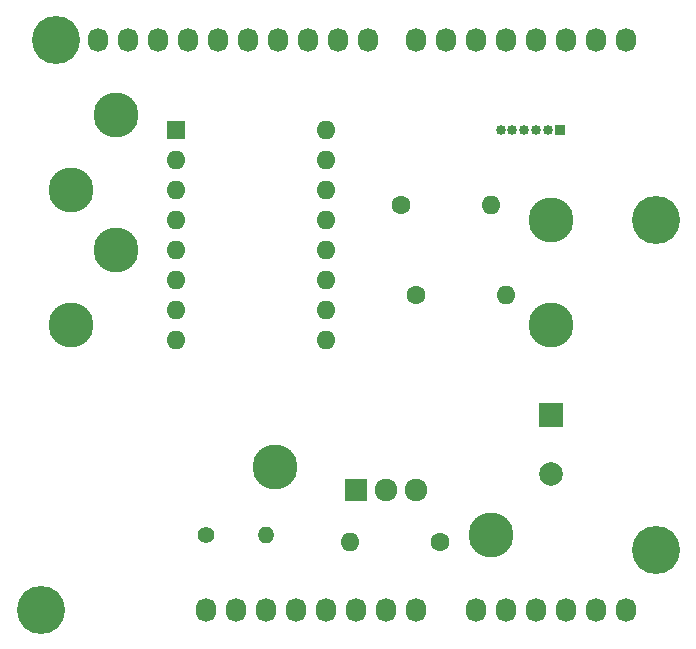
<source format=gbr>
G04 #@! TF.GenerationSoftware,KiCad,Pcbnew,(5.1.4)-1*
G04 #@! TF.CreationDate,2019-10-25T14:46:27-05:00*
G04 #@! TF.ProjectId,Autonomous_PCB,4175746f-6e6f-46d6-9f75-735f5043422e,rev?*
G04 #@! TF.SameCoordinates,Original*
G04 #@! TF.FileFunction,Soldermask,Bot*
G04 #@! TF.FilePolarity,Negative*
%FSLAX46Y46*%
G04 Gerber Fmt 4.6, Leading zero omitted, Abs format (unit mm)*
G04 Created by KiCad (PCBNEW (5.1.4)-1) date 2019-10-25 14:46:27*
%MOMM*%
%LPD*%
G04 APERTURE LIST*
%ADD10O,0.850000X0.850000*%
%ADD11R,0.850000X0.850000*%
%ADD12C,1.600000*%
%ADD13O,1.600000X1.600000*%
%ADD14O,1.727200X2.032000*%
%ADD15C,4.064000*%
%ADD16R,1.600000X1.600000*%
%ADD17R,2.000000X2.000000*%
%ADD18C,2.000000*%
%ADD19C,3.800000*%
%ADD20R,1.920000X1.920000*%
%ADD21C,1.920000*%
%ADD22C,1.400000*%
%ADD23O,1.400000X1.400000*%
G04 APERTURE END LIST*
D10*
X163910000Y-83185000D03*
X164910000Y-83185000D03*
X165910000Y-83185000D03*
X166910000Y-83185000D03*
X167910000Y-83185000D03*
D11*
X168910000Y-83185000D03*
D12*
X155448000Y-89535000D03*
D13*
X163068000Y-89535000D03*
D14*
X138938000Y-123825000D03*
X141478000Y-123825000D03*
X144018000Y-123825000D03*
X146558000Y-123825000D03*
X149098000Y-123825000D03*
X151638000Y-123825000D03*
X154178000Y-123825000D03*
X156718000Y-123825000D03*
X161798000Y-123825000D03*
X164338000Y-123825000D03*
X166878000Y-123825000D03*
X169418000Y-123825000D03*
X171958000Y-123825000D03*
X174498000Y-123825000D03*
X129794000Y-75565000D03*
X132334000Y-75565000D03*
X134874000Y-75565000D03*
X137414000Y-75565000D03*
X139954000Y-75565000D03*
X142494000Y-75565000D03*
X145034000Y-75565000D03*
X147574000Y-75565000D03*
X150114000Y-75565000D03*
X152654000Y-75565000D03*
X156718000Y-75565000D03*
X159258000Y-75565000D03*
X161798000Y-75565000D03*
X164338000Y-75565000D03*
X166878000Y-75565000D03*
X169418000Y-75565000D03*
X171958000Y-75565000D03*
X174498000Y-75565000D03*
D15*
X124968000Y-123825000D03*
X177038000Y-118745000D03*
X126238000Y-75565000D03*
X177038000Y-90805000D03*
D16*
X136398000Y-83185000D03*
D13*
X149098000Y-100965000D03*
X136398000Y-85725000D03*
X149098000Y-98425000D03*
X136398000Y-88265000D03*
X149098000Y-95885000D03*
X136398000Y-90805000D03*
X149098000Y-93345000D03*
X136398000Y-93345000D03*
X149098000Y-90805000D03*
X136398000Y-95885000D03*
X149098000Y-88265000D03*
X136398000Y-98425000D03*
X149098000Y-85725000D03*
X136398000Y-100965000D03*
X149098000Y-83185000D03*
D17*
X168148000Y-107315000D03*
D18*
X168148000Y-112315000D03*
D19*
X144780000Y-111760000D03*
X168148000Y-90805000D03*
X131318000Y-81915000D03*
X127508000Y-88265000D03*
X131318000Y-93345000D03*
X127508000Y-99695000D03*
X168148000Y-99695000D03*
X163068000Y-117475000D03*
D20*
X151638000Y-113665000D03*
D21*
X154178000Y-113665000D03*
X156718000Y-113665000D03*
D12*
X156718000Y-97155000D03*
D13*
X164338000Y-97155000D03*
X151130000Y-118110000D03*
D12*
X158750000Y-118110000D03*
D22*
X138938000Y-117475000D03*
D23*
X144018000Y-117475000D03*
M02*

</source>
